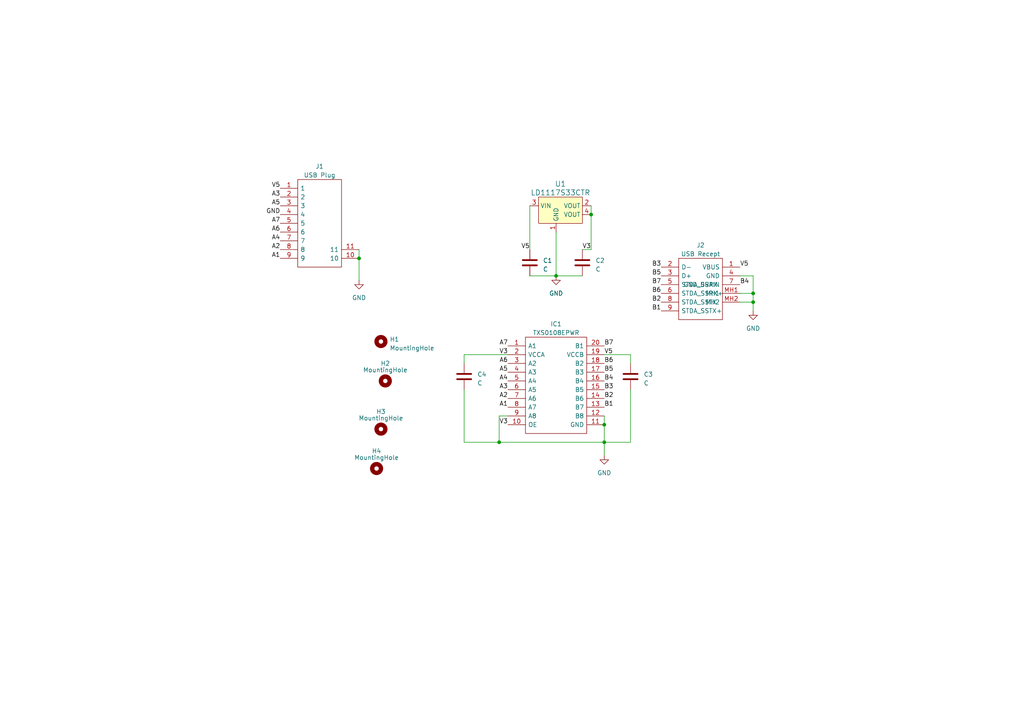
<source format=kicad_sch>
(kicad_sch (version 20230121) (generator eeschema)
  (paper "A4")
  (lib_symbols
    (symbol "Device:C" (pin_numbers hide) (pin_names (offset 0.254))
      (property "Reference" "C" (at 0.635 2.54 0))
      (property "Value" "C" (at 0.635 -2.54 0))
      (symbol "C_0_1"
        (polyline (pts (xy -2.032 -0.762) (xy 2.032 -0.762)) (stroke (width 0.508)))
        (polyline (pts (xy -2.032 0.762) (xy 2.032 0.762)) (stroke (width 0.508)))
      )
      (symbol "C_1_1"
        (pin passive line (at 0 3.81 270) (length 2.794) (name "~") (number "1"))
        (pin passive line (at 0 -3.81 90) (length 2.794) (name "~") (number "2"))
      )
    )
    (symbol "Mechanical:MountingHole" (pin_names (offset 1.016))
      (property "Reference" "H" (at 0 5.08 0))
      (property "Value" "MountingHole" (at 0 3.175 0))
      (symbol "MountingHole_0_1"
        (circle (center 0 0) (radius 1.27) (stroke (width 1.27)))
      )
    )
    (symbol "dk_PMIC-Voltage-Regulators-Linear:LD1117S33CTR"
      (property "Reference" "U" (at 1.27 3.81 0))
      (property "Value" "LD1117S33CTR" (at 1.27 6.35 0))
      (symbol "LD1117S33CTR_1_1"
        (rectangle (start -5.08 2.54) (end 7.62 -5.08) (fill (type background)))
        (pin power_in line (at 0 -7.62 90) (length 2.54) (name "GND") (number "1"))
        (pin power_out line (at 10.16 0 180) (length 2.54) (name "VOUT") (number "2"))
        (pin power_in line (at -7.62 0 0) (length 2.54) (name "VIN") (number "3"))
        (pin power_out line (at 10.16 -2.54 180) (length 2.54) (name "VOUT") (number "4"))
      )
    )
    (symbol "mouser:692112030100" (pin_names (offset 0.762))
      (property "Reference" "J" (at 19.05 7.62 0))
      (property "Value" "692112030100" (at 19.05 5.08 0))
      (symbol "692112030100_0_0"
        (pin passive line (at 22.86 -20.32 180) (length 5.08) (name "1") (number "1"))
        (pin passive line (at 0 0 0) (length 5.08) (name "10") (number "10"))
        (pin passive line (at 0 -2.54 0) (length 5.08) (name "11") (number "11"))
        (pin passive line (at 22.86 -17.78 180) (length 5.08) (name "2") (number "2"))
        (pin passive line (at 22.86 -15.24 180) (length 5.08) (name "3") (number "3"))
        (pin passive line (at 22.86 -12.7 180) (length 5.08) (name "4") (number "4"))
        (pin passive line (at 22.86 -10.16 180) (length 5.08) (name "5") (number "5"))
        (pin passive line (at 22.86 -7.62 180) (length 5.08) (name "6") (number "6"))
        (pin passive line (at 22.86 -5.08 180) (length 5.08) (name "7") (number "7"))
        (pin passive line (at 22.86 -2.54 180) (length 5.08) (name "8") (number "8"))
        (pin passive line (at 22.86 0 180) (length 5.08) (name "9") (number "9"))
      )
      (symbol "692112030100_0_1"
        (polyline (pts (xy 5.08 2.54) (xy 17.78 2.54) (xy 17.78 -22.86) (xy 5.08 -22.86) (xy 5.08 2.54)) (stroke (width 0.1524)))
      )
    )
    (symbol "mouser:692122030100" (pin_names (offset 0.762))
      (property "Reference" "J" (at 19.05 7.62 0))
      (property "Value" "692122030100" (at 19.05 5.08 0))
      (symbol "692122030100_0_0"
        (pin passive line (at 22.86 0 180) (length 5.08) (name "VBUS") (number "1"))
        (pin passive line (at 0 0 0) (length 5.08) (name "D-") (number "2"))
        (pin passive line (at 0 -2.54 0) (length 5.08) (name "D+") (number "3"))
        (pin passive line (at 22.86 -2.54 180) (length 5.08) (name "GND") (number "4"))
        (pin passive line (at 0 -5.08 0) (length 5.08) (name "STDA_SSRX") (number "5"))
        (pin passive line (at 0 -7.62 0) (length 5.08) (name "STDA_SSRX+") (number "6"))
        (pin passive line (at 22.86 -5.08 180) (length 5.08) (name "GND_DRAIN") (number "7"))
        (pin passive line (at 0 -10.16 0) (length 5.08) (name "STDA_SSTX") (number "8"))
        (pin passive line (at 0 -12.7 0) (length 5.08) (name "STDA_SSTX+") (number "9"))
        (pin passive line (at 22.86 -7.62 180) (length 5.08) (name "MH1") (number "MH1"))
        (pin passive line (at 22.86 -10.16 180) (length 5.08) (name "MH2") (number "MH2"))
      )
      (symbol "692122030100_0_1"
        (polyline (pts (xy 5.08 2.54) (xy 17.78 2.54) (xy 17.78 -15.24) (xy 5.08 -15.24) (xy 5.08 2.54)) (stroke (width 0.1524)))
      )
    )
    (symbol "mouser:TXS0108EPWR" (pin_names (offset 0.762))
      (property "Reference" "IC" (at 24.13 7.62 0))
      (property "Value" "TXS0108EPWR" (at 24.13 5.08 0))
      (symbol "TXS0108EPWR_0_0"
        (pin passive line (at 0 0 0) (length 5.08) (name "A1") (number "1"))
        (pin passive line (at 0 -22.86 0) (length 5.08) (name "OE") (number "10"))
        (pin passive line (at 27.94 -22.86 180) (length 5.08) (name "GND") (number "11"))
        (pin passive line (at 27.94 -20.32 180) (length 5.08) (name "B8") (number "12"))
        (pin passive line (at 27.94 -17.78 180) (length 5.08) (name "B7") (number "13"))
        (pin passive line (at 27.94 -15.24 180) (length 5.08) (name "B6") (number "14"))
        (pin passive line (at 27.94 -12.7 180) (length 5.08) (name "B5") (number "15"))
        (pin passive line (at 27.94 -10.16 180) (length 5.08) (name "B4") (number "16"))
        (pin passive line (at 27.94 -7.62 180) (length 5.08) (name "B3") (number "17"))
        (pin passive line (at 27.94 -5.08 180) (length 5.08) (name "B2") (number "18"))
        (pin passive line (at 27.94 -2.54 180) (length 5.08) (name "VCCB") (number "19"))
        (pin passive line (at 0 -2.54 0) (length 5.08) (name "VCCA") (number "2"))
        (pin passive line (at 27.94 0 180) (length 5.08) (name "B1") (number "20"))
        (pin passive line (at 0 -5.08 0) (length 5.08) (name "A2") (number "3"))
        (pin passive line (at 0 -7.62 0) (length 5.08) (name "A3") (number "4"))
        (pin passive line (at 0 -10.16 0) (length 5.08) (name "A4") (number "5"))
        (pin passive line (at 0 -12.7 0) (length 5.08) (name "A5") (number "6"))
        (pin passive line (at 0 -15.24 0) (length 5.08) (name "A6") (number "7"))
        (pin passive line (at 0 -17.78 0) (length 5.08) (name "A7") (number "8"))
        (pin passive line (at 0 -20.32 0) (length 5.08) (name "A8") (number "9"))
      )
      (symbol "TXS0108EPWR_0_1"
        (polyline (pts (xy 5.08 2.54) (xy 22.86 2.54) (xy 22.86 -25.4) (xy 5.08 -25.4) (xy 5.08 2.54)) (stroke (width 0.1524)))
      )
    )
    (symbol "power:GND" (power) (pin_names (offset 0))
      (property "Value" "GND" (at 0 -3.81 0))
      (symbol "GND_0_1"
        (polyline (pts (xy 0 0) (xy 0 -1.27) (xy 1.27 -1.27) (xy 0 -2.54) (xy -1.27 -1.27) (xy 0 -1.27)))
      )
      (symbol "GND_1_1"
        (pin power_in line (at 0 0 270) (length 0) hide (name "GND") (number "1"))
      )
    )
  )
  (junction (at 175.26 123.19))
  (junction (at 218.44 85.09))
  (junction (at 171.45 62.23))
  (junction (at 161.29 80.01))
  (junction (at 175.26 128.27))
  (junction (at 218.44 87.63))
  (junction (at 144.78 128.27))
  (junction (at 104.14 74.93))
  (wire (pts (xy 182.88 113.03) (xy 182.88 128.27)))
  (wire (pts (xy 134.62 102.87) (xy 134.62 105.41)))
  (wire (pts (xy 153.67 59.69) (xy 153.67 72.39)))
  (wire (pts (xy 218.44 80.01) (xy 218.44 85.09)))
  (wire (pts (xy 175.26 102.87) (xy 182.88 102.87)))
  (wire (pts (xy 161.29 80.01) (xy 168.91 80.01)))
  (wire (pts (xy 134.62 113.03) (xy 134.62 128.27)))
  (wire (pts (xy 104.14 74.93) (xy 104.14 81.28)))
  (wire (pts (xy 144.78 128.27) (xy 175.26 128.27)))
  (wire (pts (xy 175.26 128.27) (xy 175.26 123.19)))
  (wire (pts (xy 182.88 102.87) (xy 182.88 105.41)))
  (wire (pts (xy 161.29 67.31) (xy 161.29 80.01)))
  (wire (pts (xy 214.63 80.01) (xy 218.44 80.01)))
  (wire (pts (xy 218.44 85.09) (xy 218.44 87.63)))
  (wire (pts (xy 147.32 102.87) (xy 134.62 102.87)))
  (wire (pts (xy 147.32 120.65) (xy 144.78 120.65)))
  (wire (pts (xy 134.62 128.27) (xy 144.78 128.27)))
  (wire (pts (xy 104.14 72.39) (xy 104.14 74.93)))
  (wire (pts (xy 214.63 85.09) (xy 218.44 85.09)))
  (wire (pts (xy 153.67 80.01) (xy 161.29 80.01)))
  (wire (pts (xy 171.45 72.39) (xy 168.91 72.39)))
  (wire (pts (xy 214.63 87.63) (xy 218.44 87.63)))
  (wire (pts (xy 144.78 120.65) (xy 144.78 128.27)))
  (wire (pts (xy 175.26 120.65) (xy 175.26 123.19)))
  (wire (pts (xy 171.45 62.23) (xy 171.45 72.39)))
  (wire (pts (xy 171.45 59.69) (xy 171.45 62.23)))
  (wire (pts (xy 182.88 128.27) (xy 175.26 128.27)))
  (wire (pts (xy 175.26 132.08) (xy 175.26 128.27)))
  (wire (pts (xy 218.44 87.63) (xy 218.44 90.17)))
  (label "V3" (at 147.32 123.19 180))
  (label "V3" (at 147.32 102.87 180))
  (label "GND" (at 81.28 62.23 180))
  (label "A6" (at 81.28 67.31 180))
  (label "V5" (at 214.63 77.47 0))
  (label "V5" (at 81.28 54.61 180))
  (label "B2" (at 175.26 115.57 0))
  (label "V5" (at 175.26 102.87 0))
  (label "B4" (at 175.26 110.49 0))
  (label "B1" (at 191.77 90.17 180))
  (label "V3" (at 168.91 72.39 0))
  (label "B3" (at 191.77 77.47 180))
  (label "A5" (at 81.28 59.69 180))
  (label "B2" (at 191.77 87.63 180))
  (label "A4" (at 147.32 110.49 180))
  (label "A7" (at 147.32 100.33 180))
  (label "B7" (at 191.77 82.55 180))
  (label "A3" (at 147.32 113.03 180))
  (label "B6" (at 191.77 85.09 180))
  (label "B6" (at 175.26 105.41 0))
  (label "A3" (at 81.28 57.15 180))
  (label "A1" (at 147.32 118.11 180))
  (label "A4" (at 81.28 69.85 180))
  (label "A1" (at 81.28 74.93 180))
  (label "B5" (at 175.26 107.95 0))
  (label "A2" (at 147.32 115.57 180))
  (label "A5" (at 147.32 107.95 180))
  (label "A7" (at 81.28 64.77 180))
  (label "B7" (at 175.26 100.33 0))
  (label "B5" (at 191.77 80.01 180))
  (label "V5" (at 153.67 72.39 180))
  (label "A2" (at 81.28 72.39 180))
  (label "A6" (at 147.32 105.41 180))
  (label "B4" (at 214.63 82.55 0))
  (label "B1" (at 175.26 118.11 0))
  (label "B3" (at 175.26 113.03 0))
  (symbol (lib_id "Device:C") (at 153.67 76.2 0) (unit 1)
    (property "Reference" "C1" (at 157.48 75.565 0) (effects (justify left)))
    (property "Value" "C" (at 157.48 78.105 0) (effects (justify left)))
    (property "Footprint" "Capacitor_SMD:C_0805_2012Metric" (effects hide))
  )
  (symbol (lib_id "power:GND") (at 104.14 81.28 0) (unit 1)
    (property "Reference" "#PWR05" (effects hide))
    (property "Value" "GND" (at 104.14 86.36 0))
  )
  (symbol (lib_id "Mechanical:MountingHole") (at 111.76 110.49 0) (unit 1)
    (property "Reference" "H2" (at 111.76 105.41 0))
    (property "Value" "MountingHole" (at 111.76 107.315 0))
    (property "Footprint" "MountingHole:MountingHole_2.2mm_M2" (effects hide))
  )
  (symbol (lib_id "power:GND") (at 175.26 132.08 0) (unit 1)
    (property "Reference" "#PWR02" (effects hide))
    (property "Value" "GND" (at 175.26 137.16 0))
  )
  (symbol (lib_id "power:GND") (at 218.44 90.17 0) (unit 1)
    (property "Reference" "#PWR03" (effects hide))
    (property "Value" "GND" (at 218.44 95.25 0))
  )
  (symbol (lib_id "power:GND") (at 161.29 80.01 0) (unit 1)
    (property "Reference" "#PWR01" (effects hide))
    (property "Value" "GND" (at 161.29 85.09 0))
  )
  (symbol (lib_id "Device:C") (at 168.91 76.2 0) (unit 1)
    (property "Reference" "C2" (at 172.72 75.565 0) (effects (justify left)))
    (property "Value" "C" (at 172.72 78.105 0) (effects (justify left)))
    (property "Footprint" "Capacitor_SMD:C_0805_2012Metric" (effects hide))
  )
  (symbol (lib_id "mouser:692122030100") (at 191.77 77.47 0) (unit 1)
    (property "Reference" "J2" (at 203.2 71.12 0))
    (property "Value" "USB Recept" (at 203.2 73.66 0))
    (property "Footprint" "692122030100" (effects hide))
    (property "Datasheet" "https://componentsearchengine.com//692122030100.pdf" (effects hide))
    (property "Description" "Wurth Elektronik WR-COM Series, Right Angle Through Hole, Version 3.0 Type A USB Connector, Receptacle" (effects hide))
    (property "Height" "7.55" (effects hide))
    (property "Mouser2 Part Number" "710-692122030100" (effects hide))
    (property "Mouser2 Price/Stock" "https://www.mouser.com/Search/Refine.aspx?Keyword=710-692122030100" (effects hide))
    (property "Manufacturer_Name" "Wurth Elektronik" (effects hide))
    (property "Manufacturer_Part_Number" "692122030100" (effects hide))
  )
  (symbol (lib_id "Device:C") (at 134.62 109.22 0) (unit 1)
    (property "Reference" "C4" (at 138.43 108.585 0) (effects (justify left)))
    (property "Value" "C" (at 138.43 111.125 0) (effects (justify left)))
    (property "Footprint" "Capacitor_SMD:C_0805_2012Metric" (effects hide))
  )
  (symbol (lib_id "mouser:692112030100") (at 104.14 74.93 180) (unit 1)
    (property "Reference" "J1" (at 92.71 48.26 0))
    (property "Value" "USB Plug" (at 92.71 50.8 0))
    (property "Footprint" "692112030100" (effects hide))
    (property "Datasheet" "https://componentsearchengine.com//692112030100.pdf" (effects hide))
    (property "Description" "Wurth Elektronik Male Right Angle Through Hole Version 3 Type A USB Connector, 30 V ac, 0.25A WR-COM" (effects hide))
    (property "Height" "1" (effects hide))
    (property "Mouser2 Part Number" "710-692112030100" (effects hide))
    (property "Mouser2 Price/Stock" "https://www.mouser.com/Search/Refine.aspx?Keyword=710-692112030100" (effects hide))
    (property "Manufacturer_Name" "Wurth Elektronik" (effects hide))
    (property "Manufacturer_Part_Number" "692112030100" (effects hide))
  )
  (symbol (lib_id "Device:C") (at 182.88 109.22 0) (unit 1)
    (property "Reference" "C3" (at 186.69 108.585 0) (effects (justify left)))
    (property "Value" "C" (at 186.69 111.125 0) (effects (justify left)))
    (property "Footprint" "Capacitor_SMD:C_0805_2012Metric" (effects hide))
  )
  (symbol (lib_id "dk_PMIC-Voltage-Regulators-Linear:LD1117S33CTR") (at 161.29 59.69 0) (unit 1)
    (property "Reference" "U1" (at 162.56 53.34 0) (effects (font (size 1.524 1.524))))
    (property "Value" "LD1117S33CTR" (at 162.56 55.88 0) (effects (font (size 1.524 1.524))))
    (property "Footprint" "digikey-footprints:SOT-223" (effects hide))
    (property "Datasheet" "http://www.st.com/content/ccc/resource/technical/document/datasheet/99/3b/7d/91/91/51/4b/be/CD00000544.pdf/files/CD00000544.pdf/jcr:content/translations/en.CD00000544.pdf" (effects hide))
    (property "Digi-Key_PN" "497-1241-1-ND" (effects hide))
    (property "MPN" "LD1117S33CTR" (effects hide))
    (property "Category" "Integrated Circuits (ICs)" (effects hide))
    (property "Family" "PMIC - Voltage Regulators - Linear" (effects hide))
    (property "DK_Datasheet_Link" "http://www.st.com/content/ccc/resource/technical/document/datasheet/99/3b/7d/91/91/51/4b/be/CD00000544.pdf/files/CD00000544.pdf/jcr:content/translations/en.CD00000544.pdf" (effects hide))
    (property "DK_Detail_Page" "/product-detail/en/stmicroelectronics/LD1117S33CTR/497-1241-1-ND/586241" (effects hide))
    (property "Description" "IC REG LINEAR 3.3V 800MA SOT223" (effects hide))
    (property "Manufacturer" "STMicroelectronics" (effects hide))
    (property "Status" "Active" (effects hide))
  )
  (symbol (lib_id "Mechanical:MountingHole") (at 109.22 135.89 0) (unit 1)
    (property "Reference" "H4" (at 109.22 130.81 0))
    (property "Value" "MountingHole" (at 109.22 132.715 0))
    (property "Footprint" "MountingHole:MountingHole_2.2mm_M2" (effects hide))
  )
  (symbol (lib_id "Mechanical:MountingHole") (at 110.49 124.46 0) (unit 1)
    (property "Reference" "H3" (at 110.49 119.38 0))
    (property "Value" "MountingHole" (at 110.49 121.285 0))
    (property "Footprint" "MountingHole:MountingHole_2.2mm_M2" (effects hide))
  )
  (symbol (lib_id "Mechanical:MountingHole") (at 110.49 99.06 0) (unit 1)
    (property "Reference" "H1" (at 113.03 98.425 0) (effects (justify left)))
    (property "Value" "MountingHole" (at 113.03 100.965 0) (effects (justify left)))
    (property "Footprint" "MountingHole:MountingHole_2.2mm_M2" (effects hide))
  )
  (symbol (lib_id "mouser:TXS0108EPWR") (at 147.32 100.33 0) (unit 1)
    (property "Reference" "IC1" (at 161.29 93.98 0))
    (property "Value" "TXS0108EPWR" (at 161.29 96.52 0))
    (property "Footprint" "SOP65P640X120-20N" (effects hide))
    (property "Datasheet" "http://www.ti.com/lit/ds/symlink/txs0108e.pdf" (effects hide))
    (property "Description" "TXS0108EPWR, Voltage Level Translator, Open Drain 1.2  3.6 V, 1.65  5.5 V 20-Pin TSSOP" (effects hide))
    (property "Height" "1.2" (effects hide))
    (property "Manufacturer_Name" "Texas Instruments" (effects hide))
    (property "Manufacturer_Part_Number" "TXS0108EPWR" (effects hide))
    (property "Mouser Part Number" "595-TXS0108EPWR" (effects hide))
    (property "Mouser Price/Stock" "https://www.mouser.co.uk/ProductDetail/Texas-Instruments/TXS0108EPWR?qs=IUbkBnfnSQLgiWtCbWtYOw%3D%3D" (effects hide))
    (property "Arrow Part Number" "TXS0108EPWR" (effects hide))
    (property "Arrow Price/Stock" "https://www.arrow.com/en/products/txs0108epwr/texas-instruments?region=nac" (effects hide))
  )
)
</source>
